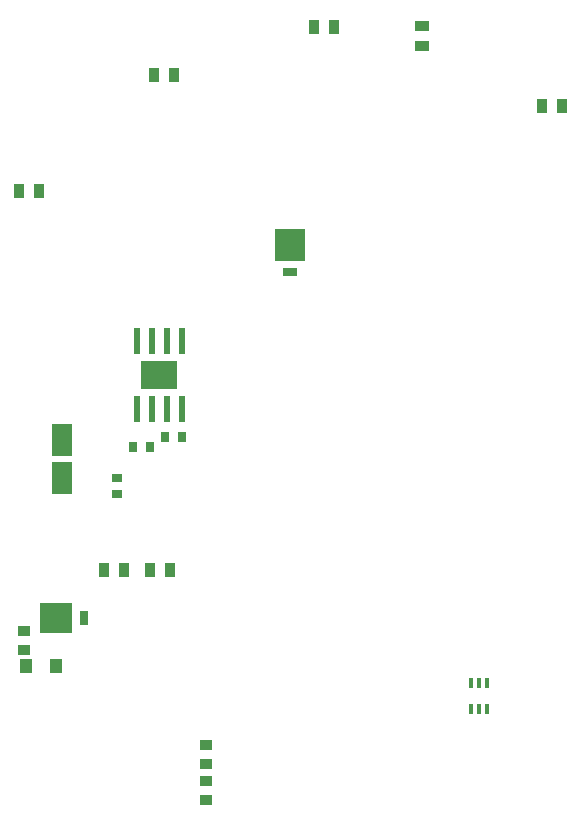
<source format=gbr>
%TF.GenerationSoftware,Altium Limited,Altium Designer,18.1.6 (161)*%
G04 Layer_Color=8421504*
%FSLAX26Y26*%
%MOIN*%
%TF.FileFunction,Paste,Top*%
%TF.Part,Single*%
G01*
G75*
%TA.AperFunction,SMDPad,CuDef*%
%ADD11R,0.039370X0.035433*%
%ADD12R,0.043307X0.049213*%
%ADD13R,0.015748X0.035433*%
%ADD14R,0.033465X0.051181*%
%ADD15R,0.066929X0.110236*%
%ADD16R,0.050000X0.030000*%
%ADD17R,0.100000X0.105000*%
%ADD18R,0.019685X0.086614*%
%ADD19R,0.122047X0.094488*%
%ADD20R,0.030000X0.050000*%
%ADD21R,0.105000X0.100000*%
%ADD22R,0.051181X0.033465*%
%ADD23R,0.027559X0.035433*%
%ADD24R,0.035433X0.027559*%
D11*
X2104291Y2378504D02*
D03*
Y2441496D02*
D03*
X2710000Y2061496D02*
D03*
Y1998504D02*
D03*
Y1941496D02*
D03*
Y1878504D02*
D03*
D12*
X2209213Y2325000D02*
D03*
X2110787D02*
D03*
D13*
X3645591Y2268307D02*
D03*
X3620000D02*
D03*
X3594410D02*
D03*
Y2181693D02*
D03*
X3620000D02*
D03*
X3645591D02*
D03*
D14*
X2590433Y2645000D02*
D03*
X2523504D02*
D03*
X2371535D02*
D03*
X2438465D02*
D03*
X2153465Y3910000D02*
D03*
X2086535D02*
D03*
X2603583Y4295000D02*
D03*
X2536653D02*
D03*
X3071535Y4455000D02*
D03*
X3138465D02*
D03*
X3898461Y4193175D02*
D03*
X3831532D02*
D03*
D15*
X2230000Y2951024D02*
D03*
Y3078976D02*
D03*
D16*
X2990000Y3637500D02*
D03*
D17*
Y3730000D02*
D03*
D18*
X2480000Y3181811D02*
D03*
X2530000D02*
D03*
X2580000D02*
D03*
X2630000D02*
D03*
Y3408189D02*
D03*
X2580000D02*
D03*
X2530000D02*
D03*
X2480000D02*
D03*
D19*
X2555000Y3295000D02*
D03*
D20*
X2302500Y2485000D02*
D03*
D21*
X2210000D02*
D03*
D22*
X3430000Y4458465D02*
D03*
Y4391535D02*
D03*
D23*
X2630118Y3090000D02*
D03*
X2575000D02*
D03*
X2522559Y3055000D02*
D03*
X2467441D02*
D03*
D24*
X2415000Y2952559D02*
D03*
Y2897441D02*
D03*
%TF.MD5,a7c8329e3fde69bb0332ba031c98f6a4*%
M02*

</source>
